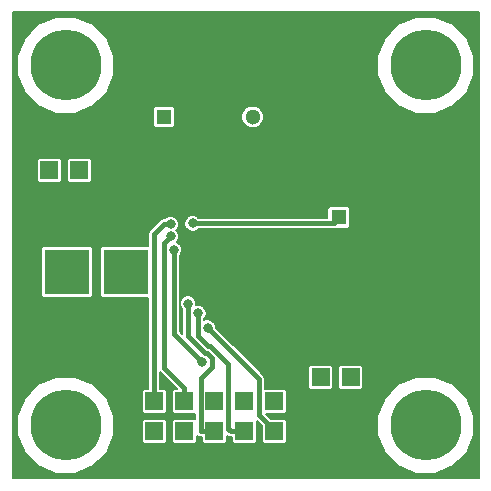
<source format=gbr>
G04 #@! TF.FileFunction,Copper,L1,Top,Signal*
%FSLAX46Y46*%
G04 Gerber Fmt 4.6, Leading zero omitted, Abs format (unit mm)*
G04 Created by KiCad (PCBNEW 4.0.1-stable) date 20. 4. 2016 8:51:21*
%MOMM*%
G01*
G04 APERTURE LIST*
%ADD10C,0.500000*%
%ADD11R,3.810000X3.810000*%
%ADD12C,6.000000*%
%ADD13R,1.524000X1.524000*%
%ADD14R,1.300000X1.300000*%
%ADD15C,1.300000*%
%ADD16C,0.800000*%
%ADD17C,0.400000*%
%ADD18C,0.200000*%
G04 APERTURE END LIST*
D10*
D11*
X5160000Y13081000D03*
X10160000Y13081000D03*
D12*
X5080000Y35560000D03*
X35560000Y35560000D03*
X35560000Y5080000D03*
X5080000Y5080000D03*
D13*
X15113000Y4572000D03*
X15113000Y7112000D03*
X12573000Y4572000D03*
X12573000Y7112000D03*
D11*
X5160000Y18034000D03*
X10160000Y18034000D03*
D13*
X17653000Y4572000D03*
X22733000Y7112000D03*
X22733000Y4572000D03*
X22733000Y2032000D03*
X17653000Y7112000D03*
X20193000Y7112000D03*
X20193000Y4572000D03*
X29210000Y6604000D03*
X26670000Y6604000D03*
X29210000Y9144000D03*
X26670000Y9144000D03*
X29210000Y11684000D03*
X26670000Y11684000D03*
X6223000Y24130000D03*
X3683000Y24130000D03*
X6223000Y26670000D03*
X3683000Y26670000D03*
X6223000Y29210000D03*
X3683000Y29210000D03*
D14*
X13398500Y31178500D03*
D15*
X20898500Y31178500D03*
D14*
X28194000Y22669500D03*
D15*
X35694000Y22669500D03*
D16*
X34861500Y17335500D03*
X33401000Y17399000D03*
X32004000Y17462500D03*
X33718500Y22796500D03*
X34671000Y24574500D03*
X36385500Y24574500D03*
X37465000Y23558500D03*
X37401500Y21907500D03*
X36195000Y20955000D03*
X34544000Y21082000D03*
X12791619Y22616688D03*
X30480000Y14732000D03*
X23368000Y13970000D03*
X25273000Y11303000D03*
X24130000Y11303000D03*
X23241000Y12192000D03*
X22352000Y13081000D03*
X21463000Y13970000D03*
X25019000Y23241000D03*
X22733000Y23241000D03*
X24511000Y28702000D03*
X18288000Y27940000D03*
X19304000Y27813000D03*
X19304000Y25781000D03*
X18288000Y24892000D03*
X19341614Y12229614D03*
X6223000Y30861000D03*
X3683000Y30861000D03*
X3683000Y22352000D03*
X6223000Y22352000D03*
X19177000Y18542000D03*
X19431000Y19558000D03*
X15811500Y22161500D03*
X17099694Y13340150D03*
X15432010Y15380019D03*
X16299684Y14554447D03*
X13970000Y21082000D03*
X13970000Y22098000D03*
X16637000Y10414000D03*
X14224000Y19939000D03*
D17*
X32004000Y17462500D02*
X33337500Y17462500D01*
X33337500Y17462500D02*
X33401000Y17399000D01*
X34671000Y24574500D02*
X34671000Y23749000D01*
X34671000Y23749000D02*
X33718500Y22796500D01*
X37465000Y23558500D02*
X37401500Y23558500D01*
X37401500Y23558500D02*
X36385500Y24574500D01*
X36195000Y20955000D02*
X36449000Y20955000D01*
X36449000Y20955000D02*
X37401500Y21907500D01*
X35694000Y22669500D02*
X35694000Y22232000D01*
X35694000Y22232000D02*
X34544000Y21082000D01*
X29210000Y11684000D02*
X29210000Y13462000D01*
X29210000Y13462000D02*
X30480000Y14732000D01*
X24130000Y11303000D02*
X25273000Y11303000D01*
X23749000Y11684000D02*
X23241000Y12192000D01*
X22352000Y13081000D02*
X23241000Y12192000D01*
X26670000Y11684000D02*
X23749000Y11684000D01*
X24511000Y28702000D02*
X24511000Y25019000D01*
X24511000Y25019000D02*
X22733000Y23241000D01*
X18288000Y31242000D02*
X18288000Y27940000D01*
X18288000Y27940000D02*
X18288000Y24892000D01*
X19304000Y25781000D02*
X19304000Y27813000D01*
X15748000Y33782000D02*
X18288000Y31242000D01*
X10922000Y33782000D02*
X15748000Y33782000D01*
X9155001Y32015001D02*
X10922000Y33782000D01*
X7257999Y31260999D02*
X8012001Y32015001D01*
X8012001Y32015001D02*
X9155001Y32015001D01*
X6223000Y30861000D02*
X6622999Y31260999D01*
X6622999Y31260999D02*
X7257999Y31260999D01*
X3683000Y30861000D02*
X6223000Y30861000D01*
X6223000Y22352000D02*
X3683000Y22352000D01*
X19431000Y19558000D02*
X19431000Y18796000D01*
X19431000Y18796000D02*
X19177000Y18542000D01*
X15811500Y22161500D02*
X27686000Y22161500D01*
X27686000Y22161500D02*
X28194000Y22669500D01*
X27767219Y22168219D02*
X28575000Y22976000D01*
X22733000Y4572000D02*
X22732999Y4652001D01*
X22732999Y4652001D02*
X21435001Y5949999D01*
X21435001Y5949999D02*
X21435001Y9004843D01*
X21435001Y9004843D02*
X17499693Y12940151D01*
X17499693Y12940151D02*
X17099694Y13340150D01*
X15432010Y15380019D02*
X15432010Y12954000D01*
X17653000Y4572000D02*
X16490999Y4572001D01*
X16490999Y4572001D02*
X16490999Y9083997D01*
X16852998Y11214002D02*
X15432010Y12634990D01*
X16490999Y9083997D02*
X17437001Y10029999D01*
X17437001Y10029999D02*
X17437001Y10798001D01*
X17437001Y10798001D02*
X17021000Y11214002D01*
X17021000Y11214002D02*
X16852998Y11214002D01*
X15432010Y12634990D02*
X15432010Y12954000D01*
X20193000Y4572000D02*
X19031000Y4572000D01*
X19031000Y4572000D02*
X18815001Y4787999D01*
X18815001Y4787999D02*
X18815001Y10268543D01*
X18815001Y10268543D02*
X17269534Y11814010D01*
X16299684Y12615858D02*
X16299684Y14554447D01*
X17269534Y11814010D02*
X17101531Y11814011D01*
X17101531Y11814011D02*
X16299684Y12615858D01*
X13970000Y21082000D02*
X13423999Y20535999D01*
X13423999Y20535999D02*
X13423999Y9963001D01*
X13423999Y9963001D02*
X15113000Y8274000D01*
X15113000Y8274000D02*
X15113000Y7112000D01*
X13970000Y22098000D02*
X13404315Y22098000D01*
X13404315Y22098000D02*
X12573000Y21266685D01*
X12573000Y21266685D02*
X12573000Y8274000D01*
X12573000Y8274000D02*
X12573000Y7112000D01*
X14224000Y19939000D02*
X14224000Y12827000D01*
X14224000Y12827000D02*
X16637000Y10414000D01*
D18*
G36*
X40036000Y604000D02*
X604000Y604000D01*
X604000Y4268037D01*
X979290Y4268037D01*
X1602162Y2760571D01*
X2754504Y1606216D01*
X4260882Y980713D01*
X5891963Y979290D01*
X7399429Y1602162D01*
X8553784Y2754504D01*
X9179287Y4260882D01*
X9180223Y5334000D01*
X11505123Y5334000D01*
X11505123Y3810000D01*
X11526042Y3698827D01*
X11591745Y3596721D01*
X11691997Y3528222D01*
X11811000Y3504123D01*
X13335000Y3504123D01*
X13446173Y3525042D01*
X13548279Y3590745D01*
X13616778Y3690997D01*
X13640877Y3810000D01*
X13640877Y5334000D01*
X13619958Y5445173D01*
X13554255Y5547279D01*
X13454003Y5615778D01*
X13335000Y5639877D01*
X11811000Y5639877D01*
X11699827Y5618958D01*
X11597721Y5553255D01*
X11529222Y5453003D01*
X11505123Y5334000D01*
X9180223Y5334000D01*
X9180710Y5891963D01*
X8557838Y7399429D01*
X7405496Y8553784D01*
X5899118Y9179287D01*
X4268037Y9180710D01*
X2760571Y8557838D01*
X1606216Y7405496D01*
X980713Y5899118D01*
X979290Y4268037D01*
X604000Y4268037D01*
X604000Y19939000D01*
X2949123Y19939000D01*
X2949123Y16129000D01*
X2970042Y16017827D01*
X3035745Y15915721D01*
X3135997Y15847222D01*
X3255000Y15823123D01*
X7065000Y15823123D01*
X7176173Y15844042D01*
X7278279Y15909745D01*
X7346778Y16009997D01*
X7370877Y16129000D01*
X7370877Y19939000D01*
X7949123Y19939000D01*
X7949123Y16129000D01*
X7970042Y16017827D01*
X8035745Y15915721D01*
X8135997Y15847222D01*
X8255000Y15823123D01*
X12065000Y15823123D01*
X12073000Y15824628D01*
X12073000Y8179877D01*
X11811000Y8179877D01*
X11699827Y8158958D01*
X11597721Y8093255D01*
X11529222Y7993003D01*
X11505123Y7874000D01*
X11505123Y6350000D01*
X11526042Y6238827D01*
X11591745Y6136721D01*
X11691997Y6068222D01*
X11811000Y6044123D01*
X13335000Y6044123D01*
X13446173Y6065042D01*
X13548279Y6130745D01*
X13616778Y6230997D01*
X13640877Y6350000D01*
X13640877Y7874000D01*
X13619958Y7985173D01*
X13554255Y8087279D01*
X13454003Y8155778D01*
X13335000Y8179877D01*
X13073000Y8179877D01*
X13073000Y9606894D01*
X14500017Y8179877D01*
X14351000Y8179877D01*
X14239827Y8158958D01*
X14137721Y8093255D01*
X14069222Y7993003D01*
X14045123Y7874000D01*
X14045123Y6350000D01*
X14066042Y6238827D01*
X14131745Y6136721D01*
X14231997Y6068222D01*
X14351000Y6044123D01*
X15875000Y6044123D01*
X15986173Y6065042D01*
X15990999Y6068147D01*
X15990999Y5616386D01*
X15875000Y5639877D01*
X14351000Y5639877D01*
X14239827Y5618958D01*
X14137721Y5553255D01*
X14069222Y5453003D01*
X14045123Y5334000D01*
X14045123Y3810000D01*
X14066042Y3698827D01*
X14131745Y3596721D01*
X14231997Y3528222D01*
X14351000Y3504123D01*
X15875000Y3504123D01*
X15986173Y3525042D01*
X16088279Y3590745D01*
X16156778Y3690997D01*
X16180877Y3810000D01*
X16180877Y4189428D01*
X16299657Y4110061D01*
X16490999Y4072001D01*
X16585123Y4072001D01*
X16585123Y3810000D01*
X16606042Y3698827D01*
X16671745Y3596721D01*
X16771997Y3528222D01*
X16891000Y3504123D01*
X18415000Y3504123D01*
X18526173Y3525042D01*
X18628279Y3590745D01*
X18696778Y3690997D01*
X18720877Y3810000D01*
X18720877Y4189427D01*
X18774686Y4153474D01*
X18839658Y4110060D01*
X19031000Y4072000D01*
X19125123Y4072000D01*
X19125123Y3810000D01*
X19146042Y3698827D01*
X19211745Y3596721D01*
X19311997Y3528222D01*
X19431000Y3504123D01*
X20955000Y3504123D01*
X21066173Y3525042D01*
X21168279Y3590745D01*
X21236778Y3690997D01*
X21260877Y3810000D01*
X21260877Y5334000D01*
X21241635Y5436258D01*
X21665123Y5012771D01*
X21665123Y3810000D01*
X21686042Y3698827D01*
X21751745Y3596721D01*
X21851997Y3528222D01*
X21971000Y3504123D01*
X23495000Y3504123D01*
X23606173Y3525042D01*
X23708279Y3590745D01*
X23776778Y3690997D01*
X23800877Y3810000D01*
X23800877Y4268037D01*
X31459290Y4268037D01*
X32082162Y2760571D01*
X33234504Y1606216D01*
X34740882Y980713D01*
X36371963Y979290D01*
X37879429Y1602162D01*
X39033784Y2754504D01*
X39659287Y4260882D01*
X39660710Y5891963D01*
X39037838Y7399429D01*
X37885496Y8553784D01*
X36379118Y9179287D01*
X34748037Y9180710D01*
X33240571Y8557838D01*
X32086216Y7405496D01*
X31460713Y5899118D01*
X31459290Y4268037D01*
X23800877Y4268037D01*
X23800877Y5334000D01*
X23779958Y5445173D01*
X23714255Y5547279D01*
X23614003Y5615778D01*
X23495000Y5639877D01*
X22452230Y5639877D01*
X22047983Y6044123D01*
X23495000Y6044123D01*
X23606173Y6065042D01*
X23708279Y6130745D01*
X23776778Y6230997D01*
X23800877Y6350000D01*
X23800877Y7874000D01*
X23779958Y7985173D01*
X23714255Y8087279D01*
X23614003Y8155778D01*
X23495000Y8179877D01*
X21971000Y8179877D01*
X21935001Y8173103D01*
X21935001Y9004843D01*
X21896941Y9196185D01*
X21788554Y9358396D01*
X21240950Y9906000D01*
X25602123Y9906000D01*
X25602123Y8382000D01*
X25623042Y8270827D01*
X25688745Y8168721D01*
X25788997Y8100222D01*
X25908000Y8076123D01*
X27432000Y8076123D01*
X27543173Y8097042D01*
X27645279Y8162745D01*
X27713778Y8262997D01*
X27737877Y8382000D01*
X27737877Y9906000D01*
X28142123Y9906000D01*
X28142123Y8382000D01*
X28163042Y8270827D01*
X28228745Y8168721D01*
X28328997Y8100222D01*
X28448000Y8076123D01*
X29972000Y8076123D01*
X30083173Y8097042D01*
X30185279Y8162745D01*
X30253778Y8262997D01*
X30277877Y8382000D01*
X30277877Y9906000D01*
X30256958Y10017173D01*
X30191255Y10119279D01*
X30091003Y10187778D01*
X29972000Y10211877D01*
X28448000Y10211877D01*
X28336827Y10190958D01*
X28234721Y10125255D01*
X28166222Y10025003D01*
X28142123Y9906000D01*
X27737877Y9906000D01*
X27716958Y10017173D01*
X27651255Y10119279D01*
X27551003Y10187778D01*
X27432000Y10211877D01*
X25908000Y10211877D01*
X25796827Y10190958D01*
X25694721Y10125255D01*
X25626222Y10025003D01*
X25602123Y9906000D01*
X21240950Y9906000D01*
X17799700Y13347250D01*
X17799815Y13478778D01*
X17693471Y13736150D01*
X17496730Y13933235D01*
X17239544Y14040028D01*
X16961066Y14040271D01*
X16799684Y13973589D01*
X16799684Y14064488D01*
X16892769Y14157411D01*
X16999562Y14414597D01*
X16999805Y14693075D01*
X16893461Y14950447D01*
X16696720Y15147532D01*
X16439534Y15254325D01*
X16161056Y15254568D01*
X16131890Y15242517D01*
X16132131Y15518647D01*
X16025787Y15776019D01*
X15829046Y15973104D01*
X15571860Y16079897D01*
X15293382Y16080140D01*
X15036010Y15973796D01*
X14838925Y15777055D01*
X14732132Y15519869D01*
X14731889Y15241391D01*
X14838233Y14984019D01*
X14932010Y14890078D01*
X14932010Y12826096D01*
X14724000Y13034106D01*
X14724000Y19449041D01*
X14817085Y19541964D01*
X14923878Y19799150D01*
X14924121Y20077628D01*
X14817777Y20335000D01*
X14621036Y20532085D01*
X14471952Y20593990D01*
X14563085Y20684964D01*
X14669878Y20942150D01*
X14670121Y21220628D01*
X14563777Y21478000D01*
X14451950Y21590023D01*
X14563085Y21700964D01*
X14669878Y21958150D01*
X14669934Y22022872D01*
X15111379Y22022872D01*
X15217723Y21765500D01*
X15414464Y21568415D01*
X15671650Y21461622D01*
X15950128Y21461379D01*
X16207500Y21567723D01*
X16301441Y21661500D01*
X27686000Y21661500D01*
X27743501Y21672938D01*
X27767219Y21668220D01*
X27958561Y21706279D01*
X27969552Y21713623D01*
X28844000Y21713623D01*
X28955173Y21734542D01*
X29057279Y21800245D01*
X29125778Y21900497D01*
X29149877Y22019500D01*
X29149877Y23319500D01*
X29128958Y23430673D01*
X29063255Y23532779D01*
X28963003Y23601278D01*
X28844000Y23625377D01*
X27544000Y23625377D01*
X27432827Y23604458D01*
X27330721Y23538755D01*
X27262222Y23438503D01*
X27238123Y23319500D01*
X27238123Y22661500D01*
X16301459Y22661500D01*
X16208536Y22754585D01*
X15951350Y22861378D01*
X15672872Y22861621D01*
X15415500Y22755277D01*
X15218415Y22558536D01*
X15111622Y22301350D01*
X15111379Y22022872D01*
X14669934Y22022872D01*
X14670121Y22236628D01*
X14563777Y22494000D01*
X14367036Y22691085D01*
X14109850Y22797878D01*
X13831372Y22798121D01*
X13574000Y22691777D01*
X13480059Y22598000D01*
X13404315Y22598000D01*
X13212973Y22559940D01*
X13050762Y22451553D01*
X12219447Y21620238D01*
X12111060Y21458027D01*
X12073000Y21266685D01*
X12073000Y20243257D01*
X12065000Y20244877D01*
X8255000Y20244877D01*
X8143827Y20223958D01*
X8041721Y20158255D01*
X7973222Y20058003D01*
X7949123Y19939000D01*
X7370877Y19939000D01*
X7349958Y20050173D01*
X7284255Y20152279D01*
X7184003Y20220778D01*
X7065000Y20244877D01*
X3255000Y20244877D01*
X3143827Y20223958D01*
X3041721Y20158255D01*
X2973222Y20058003D01*
X2949123Y19939000D01*
X604000Y19939000D01*
X604000Y27432000D01*
X2615123Y27432000D01*
X2615123Y25908000D01*
X2636042Y25796827D01*
X2701745Y25694721D01*
X2801997Y25626222D01*
X2921000Y25602123D01*
X4445000Y25602123D01*
X4556173Y25623042D01*
X4658279Y25688745D01*
X4726778Y25788997D01*
X4750877Y25908000D01*
X4750877Y27432000D01*
X5155123Y27432000D01*
X5155123Y25908000D01*
X5176042Y25796827D01*
X5241745Y25694721D01*
X5341997Y25626222D01*
X5461000Y25602123D01*
X6985000Y25602123D01*
X7096173Y25623042D01*
X7198279Y25688745D01*
X7266778Y25788997D01*
X7290877Y25908000D01*
X7290877Y27432000D01*
X7269958Y27543173D01*
X7204255Y27645279D01*
X7104003Y27713778D01*
X6985000Y27737877D01*
X5461000Y27737877D01*
X5349827Y27716958D01*
X5247721Y27651255D01*
X5179222Y27551003D01*
X5155123Y27432000D01*
X4750877Y27432000D01*
X4729958Y27543173D01*
X4664255Y27645279D01*
X4564003Y27713778D01*
X4445000Y27737877D01*
X2921000Y27737877D01*
X2809827Y27716958D01*
X2707721Y27651255D01*
X2639222Y27551003D01*
X2615123Y27432000D01*
X604000Y27432000D01*
X604000Y34748037D01*
X979290Y34748037D01*
X1602162Y33240571D01*
X2754504Y32086216D01*
X4260882Y31460713D01*
X5891963Y31459290D01*
X6785519Y31828500D01*
X12442623Y31828500D01*
X12442623Y30528500D01*
X12463542Y30417327D01*
X12529245Y30315221D01*
X12629497Y30246722D01*
X12748500Y30222623D01*
X14048500Y30222623D01*
X14159673Y30243542D01*
X14261779Y30309245D01*
X14330278Y30409497D01*
X14354377Y30528500D01*
X14354377Y30990362D01*
X19948335Y30990362D01*
X20092659Y30641071D01*
X20359665Y30373598D01*
X20708704Y30228665D01*
X21086638Y30228335D01*
X21435929Y30372659D01*
X21703402Y30639665D01*
X21848335Y30988704D01*
X21848665Y31366638D01*
X21704341Y31715929D01*
X21437335Y31983402D01*
X21088296Y32128335D01*
X20710362Y32128665D01*
X20361071Y31984341D01*
X20093598Y31717335D01*
X19948665Y31368296D01*
X19948335Y30990362D01*
X14354377Y30990362D01*
X14354377Y31828500D01*
X14333458Y31939673D01*
X14267755Y32041779D01*
X14167503Y32110278D01*
X14048500Y32134377D01*
X12748500Y32134377D01*
X12637327Y32113458D01*
X12535221Y32047755D01*
X12466722Y31947503D01*
X12442623Y31828500D01*
X6785519Y31828500D01*
X7399429Y32082162D01*
X8553784Y33234504D01*
X9179287Y34740882D01*
X9179293Y34748037D01*
X31459290Y34748037D01*
X32082162Y33240571D01*
X33234504Y32086216D01*
X34740882Y31460713D01*
X36371963Y31459290D01*
X37879429Y32082162D01*
X39033784Y33234504D01*
X39659287Y34740882D01*
X39660710Y36371963D01*
X39037838Y37879429D01*
X37885496Y39033784D01*
X36379118Y39659287D01*
X34748037Y39660710D01*
X33240571Y39037838D01*
X32086216Y37885496D01*
X31460713Y36379118D01*
X31459290Y34748037D01*
X9179293Y34748037D01*
X9180710Y36371963D01*
X8557838Y37879429D01*
X7405496Y39033784D01*
X5899118Y39659287D01*
X4268037Y39660710D01*
X2760571Y39037838D01*
X1606216Y37885496D01*
X980713Y36379118D01*
X979290Y34748037D01*
X604000Y34748037D01*
X604000Y40036000D01*
X40036000Y40036000D01*
X40036000Y604000D01*
X40036000Y604000D01*
G37*
X40036000Y604000D02*
X604000Y604000D01*
X604000Y4268037D01*
X979290Y4268037D01*
X1602162Y2760571D01*
X2754504Y1606216D01*
X4260882Y980713D01*
X5891963Y979290D01*
X7399429Y1602162D01*
X8553784Y2754504D01*
X9179287Y4260882D01*
X9180223Y5334000D01*
X11505123Y5334000D01*
X11505123Y3810000D01*
X11526042Y3698827D01*
X11591745Y3596721D01*
X11691997Y3528222D01*
X11811000Y3504123D01*
X13335000Y3504123D01*
X13446173Y3525042D01*
X13548279Y3590745D01*
X13616778Y3690997D01*
X13640877Y3810000D01*
X13640877Y5334000D01*
X13619958Y5445173D01*
X13554255Y5547279D01*
X13454003Y5615778D01*
X13335000Y5639877D01*
X11811000Y5639877D01*
X11699827Y5618958D01*
X11597721Y5553255D01*
X11529222Y5453003D01*
X11505123Y5334000D01*
X9180223Y5334000D01*
X9180710Y5891963D01*
X8557838Y7399429D01*
X7405496Y8553784D01*
X5899118Y9179287D01*
X4268037Y9180710D01*
X2760571Y8557838D01*
X1606216Y7405496D01*
X980713Y5899118D01*
X979290Y4268037D01*
X604000Y4268037D01*
X604000Y19939000D01*
X2949123Y19939000D01*
X2949123Y16129000D01*
X2970042Y16017827D01*
X3035745Y15915721D01*
X3135997Y15847222D01*
X3255000Y15823123D01*
X7065000Y15823123D01*
X7176173Y15844042D01*
X7278279Y15909745D01*
X7346778Y16009997D01*
X7370877Y16129000D01*
X7370877Y19939000D01*
X7949123Y19939000D01*
X7949123Y16129000D01*
X7970042Y16017827D01*
X8035745Y15915721D01*
X8135997Y15847222D01*
X8255000Y15823123D01*
X12065000Y15823123D01*
X12073000Y15824628D01*
X12073000Y8179877D01*
X11811000Y8179877D01*
X11699827Y8158958D01*
X11597721Y8093255D01*
X11529222Y7993003D01*
X11505123Y7874000D01*
X11505123Y6350000D01*
X11526042Y6238827D01*
X11591745Y6136721D01*
X11691997Y6068222D01*
X11811000Y6044123D01*
X13335000Y6044123D01*
X13446173Y6065042D01*
X13548279Y6130745D01*
X13616778Y6230997D01*
X13640877Y6350000D01*
X13640877Y7874000D01*
X13619958Y7985173D01*
X13554255Y8087279D01*
X13454003Y8155778D01*
X13335000Y8179877D01*
X13073000Y8179877D01*
X13073000Y9606894D01*
X14500017Y8179877D01*
X14351000Y8179877D01*
X14239827Y8158958D01*
X14137721Y8093255D01*
X14069222Y7993003D01*
X14045123Y7874000D01*
X14045123Y6350000D01*
X14066042Y6238827D01*
X14131745Y6136721D01*
X14231997Y6068222D01*
X14351000Y6044123D01*
X15875000Y6044123D01*
X15986173Y6065042D01*
X15990999Y6068147D01*
X15990999Y5616386D01*
X15875000Y5639877D01*
X14351000Y5639877D01*
X14239827Y5618958D01*
X14137721Y5553255D01*
X14069222Y5453003D01*
X14045123Y5334000D01*
X14045123Y3810000D01*
X14066042Y3698827D01*
X14131745Y3596721D01*
X14231997Y3528222D01*
X14351000Y3504123D01*
X15875000Y3504123D01*
X15986173Y3525042D01*
X16088279Y3590745D01*
X16156778Y3690997D01*
X16180877Y3810000D01*
X16180877Y4189428D01*
X16299657Y4110061D01*
X16490999Y4072001D01*
X16585123Y4072001D01*
X16585123Y3810000D01*
X16606042Y3698827D01*
X16671745Y3596721D01*
X16771997Y3528222D01*
X16891000Y3504123D01*
X18415000Y3504123D01*
X18526173Y3525042D01*
X18628279Y3590745D01*
X18696778Y3690997D01*
X18720877Y3810000D01*
X18720877Y4189427D01*
X18774686Y4153474D01*
X18839658Y4110060D01*
X19031000Y4072000D01*
X19125123Y4072000D01*
X19125123Y3810000D01*
X19146042Y3698827D01*
X19211745Y3596721D01*
X19311997Y3528222D01*
X19431000Y3504123D01*
X20955000Y3504123D01*
X21066173Y3525042D01*
X21168279Y3590745D01*
X21236778Y3690997D01*
X21260877Y3810000D01*
X21260877Y5334000D01*
X21241635Y5436258D01*
X21665123Y5012771D01*
X21665123Y3810000D01*
X21686042Y3698827D01*
X21751745Y3596721D01*
X21851997Y3528222D01*
X21971000Y3504123D01*
X23495000Y3504123D01*
X23606173Y3525042D01*
X23708279Y3590745D01*
X23776778Y3690997D01*
X23800877Y3810000D01*
X23800877Y4268037D01*
X31459290Y4268037D01*
X32082162Y2760571D01*
X33234504Y1606216D01*
X34740882Y980713D01*
X36371963Y979290D01*
X37879429Y1602162D01*
X39033784Y2754504D01*
X39659287Y4260882D01*
X39660710Y5891963D01*
X39037838Y7399429D01*
X37885496Y8553784D01*
X36379118Y9179287D01*
X34748037Y9180710D01*
X33240571Y8557838D01*
X32086216Y7405496D01*
X31460713Y5899118D01*
X31459290Y4268037D01*
X23800877Y4268037D01*
X23800877Y5334000D01*
X23779958Y5445173D01*
X23714255Y5547279D01*
X23614003Y5615778D01*
X23495000Y5639877D01*
X22452230Y5639877D01*
X22047983Y6044123D01*
X23495000Y6044123D01*
X23606173Y6065042D01*
X23708279Y6130745D01*
X23776778Y6230997D01*
X23800877Y6350000D01*
X23800877Y7874000D01*
X23779958Y7985173D01*
X23714255Y8087279D01*
X23614003Y8155778D01*
X23495000Y8179877D01*
X21971000Y8179877D01*
X21935001Y8173103D01*
X21935001Y9004843D01*
X21896941Y9196185D01*
X21788554Y9358396D01*
X21240950Y9906000D01*
X25602123Y9906000D01*
X25602123Y8382000D01*
X25623042Y8270827D01*
X25688745Y8168721D01*
X25788997Y8100222D01*
X25908000Y8076123D01*
X27432000Y8076123D01*
X27543173Y8097042D01*
X27645279Y8162745D01*
X27713778Y8262997D01*
X27737877Y8382000D01*
X27737877Y9906000D01*
X28142123Y9906000D01*
X28142123Y8382000D01*
X28163042Y8270827D01*
X28228745Y8168721D01*
X28328997Y8100222D01*
X28448000Y8076123D01*
X29972000Y8076123D01*
X30083173Y8097042D01*
X30185279Y8162745D01*
X30253778Y8262997D01*
X30277877Y8382000D01*
X30277877Y9906000D01*
X30256958Y10017173D01*
X30191255Y10119279D01*
X30091003Y10187778D01*
X29972000Y10211877D01*
X28448000Y10211877D01*
X28336827Y10190958D01*
X28234721Y10125255D01*
X28166222Y10025003D01*
X28142123Y9906000D01*
X27737877Y9906000D01*
X27716958Y10017173D01*
X27651255Y10119279D01*
X27551003Y10187778D01*
X27432000Y10211877D01*
X25908000Y10211877D01*
X25796827Y10190958D01*
X25694721Y10125255D01*
X25626222Y10025003D01*
X25602123Y9906000D01*
X21240950Y9906000D01*
X17799700Y13347250D01*
X17799815Y13478778D01*
X17693471Y13736150D01*
X17496730Y13933235D01*
X17239544Y14040028D01*
X16961066Y14040271D01*
X16799684Y13973589D01*
X16799684Y14064488D01*
X16892769Y14157411D01*
X16999562Y14414597D01*
X16999805Y14693075D01*
X16893461Y14950447D01*
X16696720Y15147532D01*
X16439534Y15254325D01*
X16161056Y15254568D01*
X16131890Y15242517D01*
X16132131Y15518647D01*
X16025787Y15776019D01*
X15829046Y15973104D01*
X15571860Y16079897D01*
X15293382Y16080140D01*
X15036010Y15973796D01*
X14838925Y15777055D01*
X14732132Y15519869D01*
X14731889Y15241391D01*
X14838233Y14984019D01*
X14932010Y14890078D01*
X14932010Y12826096D01*
X14724000Y13034106D01*
X14724000Y19449041D01*
X14817085Y19541964D01*
X14923878Y19799150D01*
X14924121Y20077628D01*
X14817777Y20335000D01*
X14621036Y20532085D01*
X14471952Y20593990D01*
X14563085Y20684964D01*
X14669878Y20942150D01*
X14670121Y21220628D01*
X14563777Y21478000D01*
X14451950Y21590023D01*
X14563085Y21700964D01*
X14669878Y21958150D01*
X14669934Y22022872D01*
X15111379Y22022872D01*
X15217723Y21765500D01*
X15414464Y21568415D01*
X15671650Y21461622D01*
X15950128Y21461379D01*
X16207500Y21567723D01*
X16301441Y21661500D01*
X27686000Y21661500D01*
X27743501Y21672938D01*
X27767219Y21668220D01*
X27958561Y21706279D01*
X27969552Y21713623D01*
X28844000Y21713623D01*
X28955173Y21734542D01*
X29057279Y21800245D01*
X29125778Y21900497D01*
X29149877Y22019500D01*
X29149877Y23319500D01*
X29128958Y23430673D01*
X29063255Y23532779D01*
X28963003Y23601278D01*
X28844000Y23625377D01*
X27544000Y23625377D01*
X27432827Y23604458D01*
X27330721Y23538755D01*
X27262222Y23438503D01*
X27238123Y23319500D01*
X27238123Y22661500D01*
X16301459Y22661500D01*
X16208536Y22754585D01*
X15951350Y22861378D01*
X15672872Y22861621D01*
X15415500Y22755277D01*
X15218415Y22558536D01*
X15111622Y22301350D01*
X15111379Y22022872D01*
X14669934Y22022872D01*
X14670121Y22236628D01*
X14563777Y22494000D01*
X14367036Y22691085D01*
X14109850Y22797878D01*
X13831372Y22798121D01*
X13574000Y22691777D01*
X13480059Y22598000D01*
X13404315Y22598000D01*
X13212973Y22559940D01*
X13050762Y22451553D01*
X12219447Y21620238D01*
X12111060Y21458027D01*
X12073000Y21266685D01*
X12073000Y20243257D01*
X12065000Y20244877D01*
X8255000Y20244877D01*
X8143827Y20223958D01*
X8041721Y20158255D01*
X7973222Y20058003D01*
X7949123Y19939000D01*
X7370877Y19939000D01*
X7349958Y20050173D01*
X7284255Y20152279D01*
X7184003Y20220778D01*
X7065000Y20244877D01*
X3255000Y20244877D01*
X3143827Y20223958D01*
X3041721Y20158255D01*
X2973222Y20058003D01*
X2949123Y19939000D01*
X604000Y19939000D01*
X604000Y27432000D01*
X2615123Y27432000D01*
X2615123Y25908000D01*
X2636042Y25796827D01*
X2701745Y25694721D01*
X2801997Y25626222D01*
X2921000Y25602123D01*
X4445000Y25602123D01*
X4556173Y25623042D01*
X4658279Y25688745D01*
X4726778Y25788997D01*
X4750877Y25908000D01*
X4750877Y27432000D01*
X5155123Y27432000D01*
X5155123Y25908000D01*
X5176042Y25796827D01*
X5241745Y25694721D01*
X5341997Y25626222D01*
X5461000Y25602123D01*
X6985000Y25602123D01*
X7096173Y25623042D01*
X7198279Y25688745D01*
X7266778Y25788997D01*
X7290877Y25908000D01*
X7290877Y27432000D01*
X7269958Y27543173D01*
X7204255Y27645279D01*
X7104003Y27713778D01*
X6985000Y27737877D01*
X5461000Y27737877D01*
X5349827Y27716958D01*
X5247721Y27651255D01*
X5179222Y27551003D01*
X5155123Y27432000D01*
X4750877Y27432000D01*
X4729958Y27543173D01*
X4664255Y27645279D01*
X4564003Y27713778D01*
X4445000Y27737877D01*
X2921000Y27737877D01*
X2809827Y27716958D01*
X2707721Y27651255D01*
X2639222Y27551003D01*
X2615123Y27432000D01*
X604000Y27432000D01*
X604000Y34748037D01*
X979290Y34748037D01*
X1602162Y33240571D01*
X2754504Y32086216D01*
X4260882Y31460713D01*
X5891963Y31459290D01*
X6785519Y31828500D01*
X12442623Y31828500D01*
X12442623Y30528500D01*
X12463542Y30417327D01*
X12529245Y30315221D01*
X12629497Y30246722D01*
X12748500Y30222623D01*
X14048500Y30222623D01*
X14159673Y30243542D01*
X14261779Y30309245D01*
X14330278Y30409497D01*
X14354377Y30528500D01*
X14354377Y30990362D01*
X19948335Y30990362D01*
X20092659Y30641071D01*
X20359665Y30373598D01*
X20708704Y30228665D01*
X21086638Y30228335D01*
X21435929Y30372659D01*
X21703402Y30639665D01*
X21848335Y30988704D01*
X21848665Y31366638D01*
X21704341Y31715929D01*
X21437335Y31983402D01*
X21088296Y32128335D01*
X20710362Y32128665D01*
X20361071Y31984341D01*
X20093598Y31717335D01*
X19948665Y31368296D01*
X19948335Y30990362D01*
X14354377Y30990362D01*
X14354377Y31828500D01*
X14333458Y31939673D01*
X14267755Y32041779D01*
X14167503Y32110278D01*
X14048500Y32134377D01*
X12748500Y32134377D01*
X12637327Y32113458D01*
X12535221Y32047755D01*
X12466722Y31947503D01*
X12442623Y31828500D01*
X6785519Y31828500D01*
X7399429Y32082162D01*
X8553784Y33234504D01*
X9179287Y34740882D01*
X9179293Y34748037D01*
X31459290Y34748037D01*
X32082162Y33240571D01*
X33234504Y32086216D01*
X34740882Y31460713D01*
X36371963Y31459290D01*
X37879429Y32082162D01*
X39033784Y33234504D01*
X39659287Y34740882D01*
X39660710Y36371963D01*
X39037838Y37879429D01*
X37885496Y39033784D01*
X36379118Y39659287D01*
X34748037Y39660710D01*
X33240571Y39037838D01*
X32086216Y37885496D01*
X31460713Y36379118D01*
X31459290Y34748037D01*
X9179293Y34748037D01*
X9180710Y36371963D01*
X8557838Y37879429D01*
X7405496Y39033784D01*
X5899118Y39659287D01*
X4268037Y39660710D01*
X2760571Y39037838D01*
X1606216Y37885496D01*
X980713Y36379118D01*
X979290Y34748037D01*
X604000Y34748037D01*
X604000Y40036000D01*
X40036000Y40036000D01*
X40036000Y604000D01*
M02*

</source>
